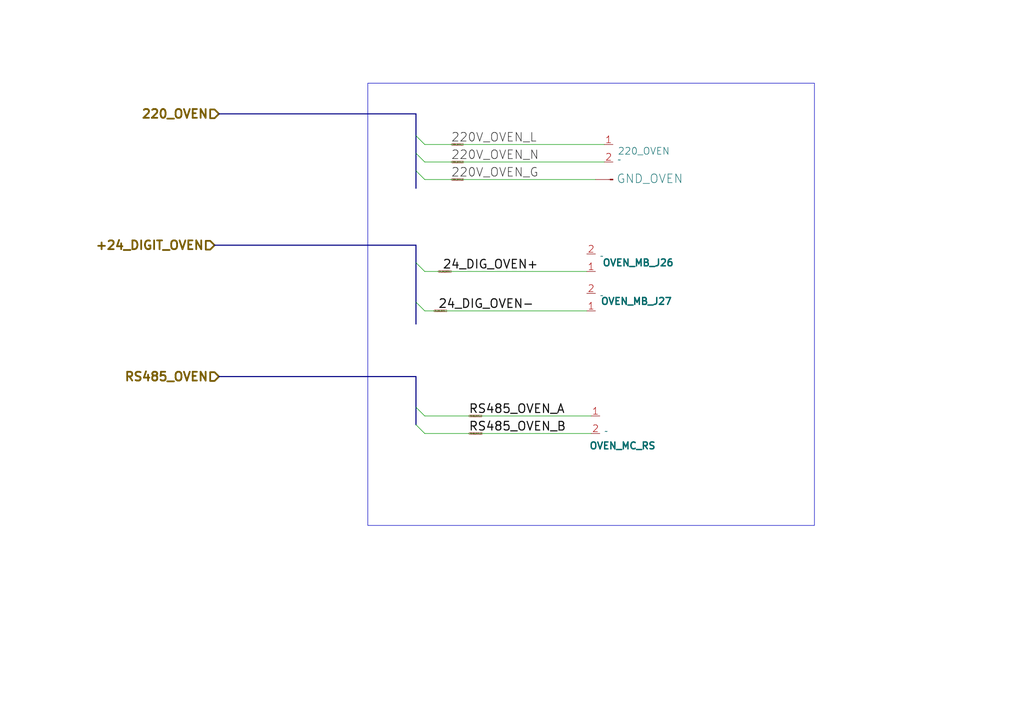
<source format=kicad_sch>
(kicad_sch (version 20250114) (generator "eeschema") (generator_version "9.0")
  (paper "A4")
  (lib_symbols
    (symbol "Conn_01x01_Pin_1" (pin_numbers (hide yes)) (pin_names (offset 1.016) (hide yes))
      (property "Reference" "J" (at 0 6.604 0))
      (property "Value" "Conn_01x01_Pin" (at 0 -2.54 0))
      (symbol "Conn_01x01_Pin_1_1_1"
        (rectangle (start 0.8636 0.127) (end 0 -0.127) (stroke (width 0.1524)) (fill (type outline)))
        (polyline (pts (xy 1.27 0) (xy 0.8636 0)) (stroke (width 0.1524)))
        (pin passive line (at 5.08 0 180) (length 3.81) (name "Pin_1") (number "1"))
      )
    )
    (symbol "Connector:Conn_01x02_(wide)"
      (property "Reference" "J" (at 0 0 0))
      (symbol "Conn_01x02_(wide)_1_1"
        (pin input line (at -2.54 -5.08 0) (length 2.54) (name "") (number "1"))
        (pin input line (at -2.54 -10.16 0) (length 2.54) (name "") (number "2"))
      )
    )
  )
  (rectangle (start 106.68 24.13) (end 236.22 152.4))
  (bus_entry (at 120.65 118.11) (size 2.54 2.54))
  (bus_entry (at 120.65 76.2) (size 2.54 2.54))
  (bus_entry (at 120.65 44.45) (size 2.54 2.54))
  (bus_entry (at 120.65 39.37) (size 2.54 2.54))
  (bus_entry (at 120.65 87.63) (size 2.54 2.54))
  (bus_entry (at 120.65 49.53) (size 2.54 2.54))
  (bus_entry (at 120.65 123.19) (size 2.54 2.54))
  (wire (pts (xy 123.19 120.65) (xy 171.45 120.65)))
  (wire (pts (xy 123.19 52.07) (xy 172.72 52.07)))
  (bus (pts (xy 62.23 71.12) (xy 120.65 71.12)))
  (wire (pts (xy 123.19 41.91) (xy 175.26 41.91)))
  (bus (pts (xy 120.65 76.2) (xy 120.65 87.63)))
  (bus (pts (xy 120.65 118.11) (xy 120.65 123.19)))
  (wire (pts (xy 123.19 90.17) (xy 170.18 90.17)))
  (bus (pts (xy 120.65 33.02) (xy 120.65 39.37)))
  (bus (pts (xy 63.5 109.22) (xy 120.65 109.22)))
  (wire (pts (xy 123.19 125.73) (xy 171.45 125.73)))
  (bus (pts (xy 120.65 39.37) (xy 120.65 44.45)))
  (bus (pts (xy 120.65 44.45) (xy 120.65 49.53)))
  (bus (pts (xy 120.65 49.53) (xy 120.65 54.61)))
  (bus (pts (xy 120.65 109.22) (xy 120.65 118.11)))
  (bus (pts (xy 120.65 71.12) (xy 120.65 76.2)))
  (bus (pts (xy 120.65 87.63) (xy 120.65 93.98)))
  (bus (pts (xy 63.5 33.02) (xy 120.65 33.02)))
  (wire (pts (xy 123.19 46.99) (xy 175.26 46.99)))
  (wire (pts (xy 123.19 78.74) (xy 170.18 78.74)))
  (label "RS485_OVEN_B" (at 135.89 125.73 0) (effects (font (size 2.5 2.5) (thickness 0.3125))))
  (label "220V_OVEN_N" (at 130.81 46.99 0) (effects (font (size 2.5 2.5))))
  (label "RS485_OVEN_A" (at 135.89 120.65 0) (effects (font (size 2.5 2.5) (thickness 0.3125))))
  (label "220V_OVEN_L" (at 130.81 41.91 0) (effects (font (size 2.5 2.5))))
  (label "24_DIG_OVEN-" (at 154.94 90.17 180) (effects (font (size 2.5 2.5) (thickness 0.3125))))
  (label "24_DIG_OVEN+" (at 156.21 78.74 180) (effects (font (size 2.5 2.5) (thickness 0.3125))))
  (label "220V_OVEN_G" (at 130.81 52.07 0) (effects (font (size 2.5 2.5))))
  (global_label "220V_OVEN_L" (shape input) (at 130.81 41.91 0) (effects (font (size 0.3 0.3))) (property "Intersheetrefs" "${INTERSHEET_REFS}" (effects (hide yes))))
  (global_label "24_DIG_OVEN-" (shape input) (at 125.73 90.17 0) (effects (font (size 0.3 0.3))) (property "Intersheetrefs" "${INTERSHEET_REFS}" (effects (hide yes))))
  (global_label "RS485_OVEN_B" (shape input) (at 135.89 125.73 0) (effects (font (size 0.3 0.3))) (property "Intersheetrefs" "${INTERSHEET_REFS}" (effects (hide yes))))
  (global_label "24_DIG_OVEN+" (shape input) (at 127 78.74 0) (effects (font (size 0.3 0.3))) (property "Intersheetrefs" "${INTERSHEET_REFS}" (effects (hide yes))))
  (global_label "220V_OVEN_N" (shape input) (at 130.81 46.99 0) (effects (font (size 0.3 0.3))) (property "Intersheetrefs" "${INTERSHEET_REFS}" (effects (hide yes))))
  (global_label "220V_OVEN_G" (shape input) (at 130.81 52.07 0) (effects (font (size 0.3 0.3))) (property "Intersheetrefs" "${INTERSHEET_REFS}" (effects (hide yes))))
  (global_label "RS485_OVEN_A" (shape input) (at 135.89 120.65 0) (effects (font (size 0.3 0.3))) (property "Intersheetrefs" "${INTERSHEET_REFS}" (effects (hide yes))))
  (hierarchical_label "RS485_OVEN" (shape input) (at 63.5 109.22 180) (effects (font (size 2.54 2.54) (thickness 0.508) (bold yes))))
  (hierarchical_label "220_OVEN" (shape input) (at 63.5 33.02 180) (effects (font (size 2.54 2.54) (thickness 0.508) (bold yes))))
  (hierarchical_label "+24_DIGIT_OVEN" (shape input) (at 62.23 71.12 180) (effects (font (size 2.54 2.54) (thickness 0.508) (bold yes))))
  (symbol (lib_id "Connector:Conn_01x02_(wide)") (at 172.72 83.82 0) (mirror x) (unit 1)
    (property "Reference" "OVEN_MB_J26" (at 174.498 76.2 0) (effects (font (size 2 2) (thickness 0.4) (bold yes)) (justify left)))
    (property "Value" "~" (at 173.99 74.295 0) (effects (justify left)))
  )
  (symbol (lib_name "Conn_01x01_Pin_1") (lib_id "Connector:Conn_01x01_Pin") (at 177.8 52.07 0) (mirror y) (unit 1)
    (property "Reference" "GND_OVEN" (at 188.468 51.816 0) (effects (font (size 2.5 2.5))))
    (property "Value" "Conn_01x01_Pin" (effects (hide yes)))
    (property "Description" "Generic connector, single row, 01x01, script generated" (effects (hide yes)))
  )
  (symbol (lib_id "Connector:Conn_01x02_(wide)") (at 173.99 115.57 0) (unit 1)
    (property "Reference" "OVEN_MC_RS" (at 170.688 129.286 0) (effects (font (size 2 2) (thickness 0.4) (bold yes)) (justify left)))
    (property "Value" "~" (at 175.26 125.095 0) (effects (justify left)))
  )
  (symbol (lib_id "Connector:Conn_01x02_(wide)") (at 172.72 95.25 0) (mirror x) (unit 1)
    (property "Reference" "OVEN_MB_J27" (at 173.99 87.376 0) (effects (font (size 2 2) (thickness 0.4) (bold yes)) (justify left)))
    (property "Value" "~" (at 173.99 85.725 0) (effects (justify left)))
  )
  (symbol (lib_id "Connector:Conn_01x02_(wide)") (at 177.8 36.83 0) (unit 1)
    (property "Reference" "220_OVEN" (at 179.07 43.8149 0) (effects (font (size 2 2)) (justify left)))
    (property "Value" "~" (at 179.07 46.355 0) (effects (justify left)))
  )
)
</source>
